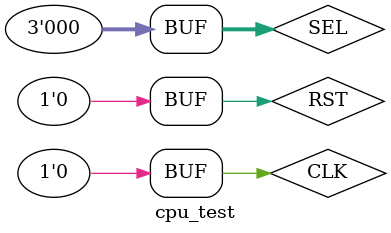
<source format=v>
`timescale 1ns / 1ps


module cpu_test;

	// Inputs
	reg RST;
	reg CLK;
	reg [2:0] SEL;

	// Outputs
	wire [7:0] LED;
	
	wire [31:0] dbg_inst;
	wire [31:0] dbg_a, dbg_b;
	wire [2:0] dbg_op;

	// Instantiate the Unit Under Test (UUT)
	experiment uut (
		.RST(RST), 
		.CLK(CLK), 
		.SEL(SEL), 
		.LED(LED),
		.dbg_inst(dbg_inst),
		.dbg_a(dbg_a),
		.dbg_b(dbg_b),
		.dbg_op(dbg_op)
	);

	initial begin
		// Initialize Inputs
		RST = 1;
		CLK = 0;
		SEL = 0;

		// Wait 100 ns for global reset to finish
		#100;
		RST = 0;
        
		// Add stimulus here
		CLK = 1;
		#100;
		CLK = 0;
		#100;
		CLK = 1;
		#100;
		CLK = 0;
		#100;
		CLK = 1;
		#100;
		CLK = 0;
		#100;
		CLK = 1;
		#100;
		CLK = 0;
		#100;
	end
      
endmodule


</source>
